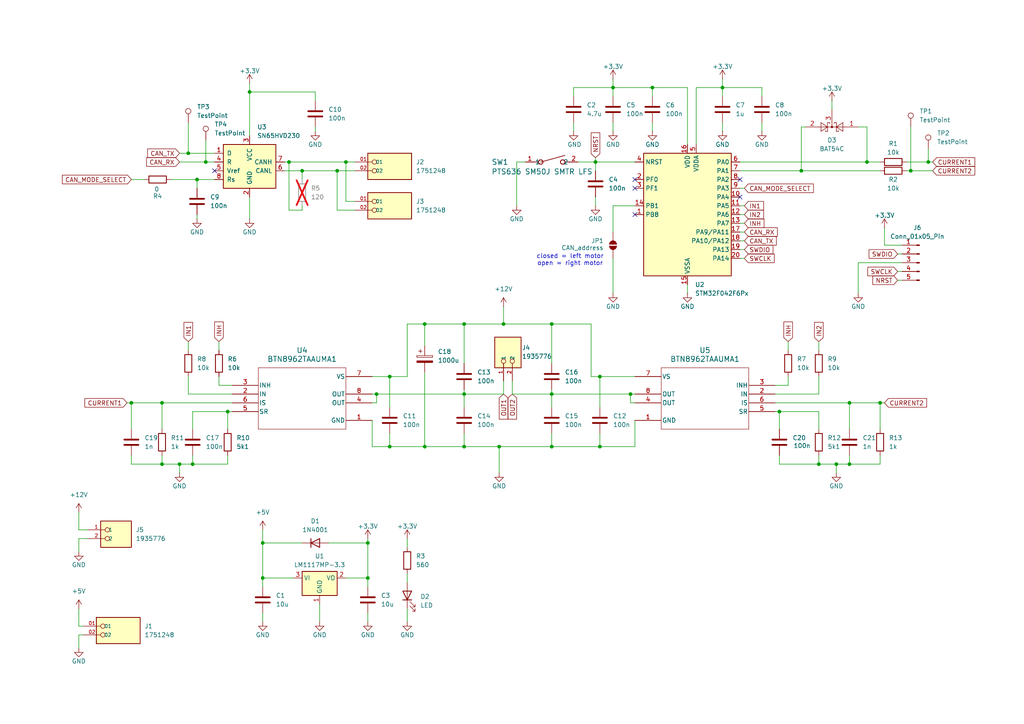
<source format=kicad_sch>
(kicad_sch (version 20250114) (generator "eeschema") (generator_version "9.0")
  (paper "A4")
  (title_block (date "2025-03-05") (rev "V1.1") (company "DAJAKOV"))
  (lib_symbols
    (symbol "1751248:1751248" (pin_names (offset 1.016))
      (property "Reference" "J" (at -6.85 5.08 0))
      (property "Value" "1751248" (at -6.35 -5.08 0))
      (symbol "1751248_0_0"
        (pin passive line (at -10.16 2.54 0) (length 5.08) (name "01") (number "01"))
        (pin passive line (at -10.16 0 0) (length 5.08) (name "02") (number "02"))
      )
    )
    (symbol "1935776:1935776" (pin_names (offset 1.016))
      (property "Reference" "J" (at -2.54 3.302 0))
      (property "Value" "1935776" (at -2.54 -7.62 0))
      (symbol "1935776_0_0"
        (pin passive line (at -7.62 0 0) (length 5.08) (name "1") (number "1"))
        (pin passive line (at -7.62 -2.54 0) (length 5.08) (name "2") (number "2"))
      )
    )
    (symbol "BTN8962TAAUMA1_2" (pin_names (offset 0.254))
      (property "Reference" "U4" (at 20.32 10.16 0))
      (property "Value" "BTN8962TAAUMA1" (at 20.32 7.62 0))
      (symbol "BTN8962TAAUMA1_2_0_1"
        (pin input line (at 0 0 0) (length 7.62) (name "INH") (number "3"))
        (pin input line (at 0 -2.54 0) (length 7.62) (name "IN") (number "2"))
        (pin output line (at 0 -5.08 0) (length 7.62) (name "IS") (number "6"))
        (pin input line (at 0 -7.62 0) (length 7.62) (name "SR") (number "5"))
        (pin power_in line (at 40.64 2.54 180) (length 7.62) (name "VS") (number "7"))
        (pin output line (at 40.64 -2.54 180) (length 7.62) (name "OUT") (number "8"))
        (pin output line (at 40.64 -5.08 180) (length 7.62) (name "OUT") (number "4"))
        (pin power_out line (at 40.64 -10.16 180) (length 7.62) (name "GND") (number "1"))
      )
    )
    (symbol "Connector:Conn_01x05_Pin" (pin_names (offset 1.016) (hide yes))
      (property "Reference" "J" (at 0 7.62 0))
      (property "Value" "Conn_01x05_Pin" (at 0 -7.62 0))
      (symbol "Conn_01x05_Pin_1_1"
        (pin passive line (at 5.08 5.08 180) (length 3.81) (name "Pin_1") (number "1"))
        (pin passive line (at 5.08 2.54 180) (length 3.81) (name "Pin_2") (number "2"))
        (pin passive line (at 5.08 0 180) (length 3.81) (name "Pin_3") (number "3"))
        (pin passive line (at 5.08 -2.54 180) (length 3.81) (name "Pin_4") (number "4"))
        (pin passive line (at 5.08 -5.08 180) (length 3.81) (name "Pin_5") (number "5"))
      )
    )
    (symbol "Connector:TestPoint" (pin_numbers (hide yes)) (pin_names (offset 0.762) (hide yes))
      (property "Reference" "TP" (at 0 6.858 0))
      (property "Value" "TestPoint" (at 0 5.08 0))
      (symbol "TestPoint_1_1"
        (pin passive line (at 0 0 90) (length 2.54) (name "1") (number "1"))
      )
    )
    (symbol "Device:C" (pin_numbers (hide yes)) (pin_names (offset 0.254))
      (property "Reference" "C" (at 0.635 2.54 0))
      (property "Value" "C" (at 0.635 -2.54 0))
      (symbol "C_1_1"
        (pin passive line (at 0 3.81 270) (length 2.794) (name "~") (number "1"))
        (pin passive line (at 0 -3.81 90) (length 2.794) (name "~") (number "2"))
      )
    )
    (symbol "Device:C_Polarized" (pin_numbers (hide yes)) (pin_names (offset 0.254))
      (property "Reference" "C" (at 0.635 2.54 0))
      (property "Value" "C_Polarized" (at 0.635 -2.54 0))
      (symbol "C_Polarized_1_1"
        (pin passive line (at 0 3.81 270) (length 2.794) (name "~") (number "1"))
        (pin passive line (at 0 -3.81 90) (length 2.794) (name "~") (number "2"))
      )
    )
    (symbol "Device:D" (pin_numbers (hide yes)) (pin_names (offset 1.016) (hide yes))
      (property "Reference" "D" (at 0 2.54 0))
      (property "Value" "D" (at 0 -2.54 0))
      (symbol "D_1_1"
        (pin passive line (at -3.81 0 0) (length 2.54) (name "K") (number "1"))
        (pin passive line (at 3.81 0 180) (length 2.54) (name "A") (number "2"))
      )
    )
    (symbol "Device:LED" (pin_numbers (hide yes)) (pin_names (offset 1.016) (hide yes))
      (property "Reference" "D" (at 0 2.54 0))
      (property "Value" "LED" (at 0 -2.54 0))
      (symbol "LED_1_1"
        (pin passive line (at -3.81 0 0) (length 2.54) (name "K") (number "1"))
        (pin passive line (at 3.81 0 180) (length 2.54) (name "A") (number "2"))
      )
    )
    (symbol "Device:R" (pin_numbers (hide yes)) (pin_names (offset 0))
      (property "Reference" "R" (at 2.032 0 90))
      (property "Value" "R" (at 0 0 90))
      (symbol "R_1_1"
        (pin passive line (at 0 3.81 270) (length 1.27) (name "~") (number "1"))
        (pin passive line (at 0 -3.81 90) (length 1.27) (name "~") (number "2"))
      )
    )
    (symbol "Diode:BAT54C" (pin_names (offset 1.016))
      (property "Reference" "D" (at 0.635 -3.81 0))
      (property "Value" "BAT54C" (at -6.35 3.175 0))
      (symbol "BAT54C_1_1"
        (pin passive line (at -7.62 0 0) (length 3.81) (name "~") (number "1"))
        (pin passive line (at 0 -5.08 90) (length 5.08) (name "~") (number "3"))
        (pin passive line (at 7.62 0 180) (length 3.81) (name "~") (number "2"))
      )
    )
    (symbol "Interface_CAN_LIN:SN65HVD230" (pin_names (offset 1.016))
      (property "Reference" "U" (at -2.54 10.16 0))
      (property "Value" "SN65HVD230" (at -2.54 7.62 0))
      (symbol "SN65HVD230_1_1"
        (pin input line (at -10.16 2.54 0) (length 2.54) (name "D") (number "1"))
        (pin output line (at -10.16 0 0) (length 2.54) (name "R") (number "4"))
        (pin output line (at -10.16 -2.54 0) (length 2.54) (name "Vref") (number "5"))
        (pin input line (at -10.16 -5.08 0) (length 2.54) (name "Rs") (number "8"))
        (pin power_in line (at 0 7.62 270) (length 2.54) (name "VCC") (number "3"))
        (pin power_in line (at 0 -10.16 90) (length 2.54) (name "GND") (number "2"))
        (pin bidirectional line (at 10.16 0 180) (length 2.54) (name "CANH") (number "7"))
        (pin bidirectional line (at 10.16 -2.54 180) (length 2.54) (name "CANL") (number "6"))
      )
    )
    (symbol "Jumper:SolderJumper_2_Open" (pin_numbers (hide yes)) (pin_names (offset 0) (hide yes)) (exclude_from_sim yes) (in_bom no)
      (property "Reference" "JP" (at 0 2.032 0))
      (property "Value" "SolderJumper_2_Open" (at 0 -2.54 0))
      (symbol "SolderJumper_2_Open_1_1"
        (pin passive line (at -3.81 0 0) (length 2.54) (name "A") (number "1"))
        (pin passive line (at 3.81 0 180) (length 2.54) (name "B") (number "2"))
      )
    )
    (symbol "MCU_ST_STM32F0:STM32F042F6Px"
      (property "Reference" "U" (at -12.7 19.05 0))
      (property "Value" "STM32F042F6Px" (at 5.08 19.05 0))
      (symbol "STM32F042F6Px_1_1"
        (pin input line (at -15.24 15.24 0) (length 2.54) (name "NRST") (number "4"))
        (pin bidirectional line (at -15.24 10.16 0) (length 2.54) (name "PF0") (number "2"))
        (pin bidirectional line (at -15.24 7.62 0) (length 2.54) (name "PF1") (number "3"))
        (pin bidirectional line (at -15.24 2.54 0) (length 2.54) (name "PB1") (number "14"))
        (pin bidirectional line (at -15.24 0 0) (length 2.54) (name "PB8") (number "1"))
        (pin power_in line (at 0 20.32 270) (length 2.54) (name "VDD") (number "16"))
        (pin power_in line (at 0 -20.32 90) (length 2.54) (name "VSSA") (number "15"))
        (pin power_in line (at 2.54 20.32 270) (length 2.54) (name "VDDA") (number "5"))
        (pin bidirectional line (at 15.24 15.24 180) (length 2.54) (name "PA0") (number "6"))
        (pin bidirectional line (at 15.24 12.7 180) (length 2.54) (name "PA1") (number "7"))
        (pin bidirectional line (at 15.24 10.16 180) (length 2.54) (name "PA2") (number "8"))
        (pin bidirectional line (at 15.24 7.62 180) (length 2.54) (name "PA3") (number "9"))
        (pin bidirectional line (at 15.24 5.08 180) (length 2.54) (name "PA4") (number "10"))
        (pin bidirectional line (at 15.24 2.54 180) (length 2.54) (name "PA5") (number "11"))
        (pin bidirectional line (at 15.24 0 180) (length 2.54) (name "PA6") (number "12"))
        (pin bidirectional line (at 15.24 -2.54 180) (length 2.54) (name "PA7") (number "13"))
        (pin bidirectional line (at 15.24 -5.08 180) (length 2.54) (name "PA9/PA11") (number "17"))
        (pin bidirectional line (at 15.24 -7.62 180) (length 2.54) (name "PA10/PA12") (number "18"))
        (pin bidirectional line (at 15.24 -10.16 180) (length 2.54) (name "PA13") (number "19"))
        (pin bidirectional line (at 15.24 -12.7 180) (length 2.54) (name "PA14") (number "20"))
      )
    )
    (symbol "PTS636:PTS636_SM50J_SMTR_LFS" (pin_names (offset 0.254))
      (property "Reference" "SW" (at 7.62 3.81 0))
      (property "Value" "PTS636 SM50J SMTR LFS" (at 0 0 0))
      (symbol "PTS636_SM50J_SMTR_LFS_0_1"
        (pin unspecified line (at 0 0 0) (length 2.54) (name "1") (number "1"))
        (pin unspecified line (at 15.24 0 180) (length 2.54) (name "2") (number "2"))
      )
    )
    (symbol "Regulator_Linear:LM1117MP-3.3"
      (property "Reference" "U" (at -3.81 3.175 0))
      (property "Value" "LM1117MP-3.3" (at 0 3.175 0))
      (symbol "LM1117MP-3.3_1_1"
        (pin power_in line (at -7.62 0 0) (length 2.54) (name "VI") (number "3"))
        (pin power_in line (at 0 -7.62 90) (length 2.54) (name "GND") (number "1"))
        (pin power_out line (at 7.62 0 180) (length 2.54) (name "VO") (number "2"))
      )
    )
    (symbol "power:+12V" (power) (pin_numbers (hide yes)) (pin_names (offset 0) (hide yes))
      (property "Value" "+12V" (at 0 3.556 0))
      (symbol "+12V_1_1"
        (pin power_in line (at 0 0 90) (length 0) (name "~") (number "1"))
      )
    )
    (symbol "power:+3.3V" (power) (pin_numbers (hide yes)) (pin_names (offset 0) (hide yes))
      (property "Value" "+3.3V" (at 0 3.556 0))
      (symbol "+3.3V_1_1"
        (pin power_in line (at 0 0 90) (length 0) (name "~") (number "1"))
      )
    )
    (symbol "power:+5V" (power) (pin_numbers (hide yes)) (pin_names (offset 0) (hide yes))
      (property "Value" "+5V" (at 0 3.556 0))
      (symbol "+5V_1_1"
        (pin power_in line (at 0 0 90) (length 0) (name "~") (number "1"))
      )
    )
    (symbol "power:GND" (power) (pin_numbers (hide yes)) (pin_names (offset 0) (hide yes))
      (property "Value" "GND" (at 0 -3.81 0))
      (symbol "GND_1_1"
        (pin power_in line (at 0 0 270) (length 0) (name "~") (number "1"))
      )
    )
  )
  (text "closed = left motor\nopen = right motor" (at 165.354 75.438 0) (effects (font (size 1.27 1.27))))
  (junction (at 66.04 119.38))
  (junction (at 182.88 114.3))
  (junction (at 160.02 114.3))
  (junction (at 255.27 116.84))
  (junction (at 46.99 134.62))
  (junction (at 100.33 46.99))
  (junction (at 106.68 157.48))
  (junction (at 209.55 25.4))
  (junction (at 134.62 129.54))
  (junction (at 246.38 116.84))
  (junction (at 246.38 134.62))
  (junction (at 172.72 46.99))
  (junction (at 72.39 26.67))
  (junction (at 134.62 114.3))
  (junction (at 160.02 129.54))
  (junction (at 106.68 167.64))
  (junction (at 59.69 46.99))
  (junction (at 113.03 129.54))
  (junction (at 173.99 109.22))
  (junction (at 76.2 157.48))
  (junction (at 251.46 46.99))
  (junction (at 83.82 46.99))
  (junction (at 177.8 25.4))
  (junction (at 123.19 93.98))
  (junction (at 113.03 109.22))
  (junction (at 54.61 44.45))
  (junction (at 52.07 134.62))
  (junction (at 109.22 114.3))
  (junction (at 38.1 116.84))
  (junction (at 226.06 119.38))
  (junction (at 76.2 167.64))
  (junction (at 237.49 134.62))
  (junction (at 46.99 116.84))
  (junction (at 97.79 49.53))
  (junction (at 57.15 52.07))
  (junction (at 134.62 93.98))
  (junction (at 242.57 134.62))
  (junction (at 123.19 129.54))
  (junction (at 87.63 49.53))
  (junction (at 269.24 46.99))
  (junction (at 189.23 25.4))
  (junction (at 173.99 129.54))
  (junction (at 264.16 49.53))
  (junction (at 232.41 49.53))
  (junction (at 146.05 93.98))
  (junction (at 144.78 129.54))
  (junction (at 55.88 134.62))
  (junction (at 160.02 93.98))
  (no_connect (at 184.15 54.61))
  (no_connect (at 214.63 52.07))
  (no_connect (at 184.15 52.07))
  (no_connect (at 184.15 62.23))
  (no_connect (at 214.63 57.15))
  (no_connect (at 62.23 49.53))
  (wire (pts (xy 67.31 111.76) (xy 63.5 111.76)))
  (wire (pts (xy 82.55 46.99) (xy 83.82 46.99)))
  (wire (pts (xy 248.92 36.83) (xy 251.46 36.83)))
  (wire (pts (xy 55.88 132.08) (xy 55.88 134.62)))
  (wire (pts (xy 76.2 167.64) (xy 76.2 170.18)))
  (wire (pts (xy 36.83 116.84) (xy 38.1 116.84)))
  (wire (pts (xy 209.55 35.56) (xy 209.55 38.1)))
  (wire (pts (xy 226.06 124.46) (xy 226.06 119.38)))
  (wire (pts (xy 107.95 109.22) (xy 113.03 109.22)))
  (wire (pts (xy 182.88 116.84) (xy 182.88 114.3)))
  (wire (pts (xy 182.88 114.3) (xy 184.15 114.3)))
  (wire (pts (xy 248.92 85.09) (xy 248.92 76.2)))
  (wire (pts (xy 134.62 114.3) (xy 134.62 118.11)))
  (wire (pts (xy 46.99 116.84) (xy 46.99 124.46)))
  (wire (pts (xy 215.9 67.31) (xy 214.63 67.31)))
  (wire (pts (xy 214.63 62.23) (xy 215.9 62.23)))
  (wire (pts (xy 214.63 46.99) (xy 251.46 46.99)))
  (wire (pts (xy 220.98 35.56) (xy 220.98 38.1)))
  (wire (pts (xy 113.03 109.22) (xy 118.11 109.22)))
  (wire (pts (xy 172.72 57.15) (xy 172.72 59.69)))
  (wire (pts (xy 83.82 46.99) (xy 100.33 46.99)))
  (wire (pts (xy 87.63 60.96) (xy 83.82 60.96)))
  (wire (pts (xy 95.25 157.48) (xy 106.68 157.48)))
  (wire (pts (xy 173.99 109.22) (xy 173.99 118.11)))
  (wire (pts (xy 91.44 38.1) (xy 91.44 36.83)))
  (wire (pts (xy 173.99 109.22) (xy 184.15 109.22)))
  (wire (pts (xy 72.39 24.13) (xy 72.39 26.67)))
  (wire (pts (xy 248.92 76.2) (xy 261.62 76.2)))
  (wire (pts (xy 22.86 187.96) (xy 22.86 184.15)))
  (wire (pts (xy 46.99 134.62) (xy 52.07 134.62)))
  (wire (pts (xy 72.39 39.37) (xy 72.39 26.67)))
  (wire (pts (xy 172.72 46.99) (xy 172.72 49.53)))
  (wire (pts (xy 76.2 157.48) (xy 76.2 167.64)))
  (wire (pts (xy 107.95 114.3) (xy 109.22 114.3)))
  (wire (pts (xy 269.24 46.99) (xy 270.51 46.99)))
  (wire (pts (xy 177.8 25.4) (xy 177.8 27.94)))
  (wire (pts (xy 134.62 93.98) (xy 146.05 93.98)))
  (wire (pts (xy 118.11 158.75) (xy 118.11 156.21)))
  (wire (pts (xy 22.86 156.21) (xy 25.4 156.21)))
  (wire (pts (xy 160.02 125.73) (xy 160.02 129.54)))
  (wire (pts (xy 255.27 134.62) (xy 246.38 134.62)))
  (wire (pts (xy 100.33 167.64) (xy 106.68 167.64)))
  (wire (pts (xy 57.15 52.07) (xy 62.23 52.07)))
  (wire (pts (xy 177.8 35.56) (xy 177.8 38.1)))
  (wire (pts (xy 214.63 59.69) (xy 215.9 59.69)))
  (wire (pts (xy 55.88 124.46) (xy 55.88 119.38)))
  (wire (pts (xy 242.57 134.62) (xy 242.57 137.16)))
  (wire (pts (xy 38.1 116.84) (xy 46.99 116.84)))
  (wire (pts (xy 144.78 137.16) (xy 144.78 129.54)))
  (wire (pts (xy 233.68 36.83) (xy 232.41 36.83)))
  (wire (pts (xy 24.13 181.61) (xy 22.86 181.61)))
  (wire (pts (xy 113.03 109.22) (xy 113.03 118.11)))
  (wire (pts (xy 209.55 25.4) (xy 220.98 25.4)))
  (wire (pts (xy 215.9 54.61) (xy 214.63 54.61)))
  (wire (pts (xy 76.2 153.67) (xy 76.2 157.48)))
  (wire (pts (xy 148.59 110.49) (xy 148.59 114.3)))
  (wire (pts (xy 63.5 99.06) (xy 63.5 101.6)))
  (wire (pts (xy 189.23 27.94) (xy 189.23 25.4)))
  (wire (pts (xy 241.3 29.21) (xy 241.3 31.75)))
  (wire (pts (xy 184.15 116.84) (xy 182.88 116.84)))
  (wire (pts (xy 144.78 129.54) (xy 160.02 129.54)))
  (wire (pts (xy 85.09 167.64) (xy 76.2 167.64)))
  (wire (pts (xy 189.23 35.56) (xy 189.23 38.1)))
  (wire (pts (xy 177.8 59.69) (xy 184.15 59.69)))
  (wire (pts (xy 228.6 99.06) (xy 228.6 101.6)))
  (wire (pts (xy 46.99 116.84) (xy 67.31 116.84)))
  (wire (pts (xy 149.86 46.99) (xy 152.4 46.99)))
  (wire (pts (xy 106.68 156.21) (xy 106.68 157.48)))
  (wire (pts (xy 49.53 52.07) (xy 57.15 52.07)))
  (wire (pts (xy 256.54 71.12) (xy 256.54 66.04)))
  (wire (pts (xy 59.69 46.99) (xy 62.23 46.99)))
  (wire (pts (xy 237.49 134.62) (xy 242.57 134.62)))
  (wire (pts (xy 123.19 93.98) (xy 134.62 93.98)))
  (wire (pts (xy 184.15 129.54) (xy 184.15 121.92)))
  (wire (pts (xy 251.46 46.99) (xy 255.27 46.99)))
  (wire (pts (xy 22.86 153.67) (xy 22.86 148.59)))
  (wire (pts (xy 199.39 82.55) (xy 199.39 85.09)))
  (wire (pts (xy 59.69 40.64) (xy 59.69 46.99)))
  (wire (pts (xy 107.95 116.84) (xy 109.22 116.84)))
  (wire (pts (xy 66.04 119.38) (xy 67.31 119.38)))
  (wire (pts (xy 177.8 22.86) (xy 177.8 25.4)))
  (wire (pts (xy 113.03 125.73) (xy 113.03 129.54)))
  (wire (pts (xy 106.68 180.34) (xy 106.68 177.8)))
  (wire (pts (xy 38.1 134.62) (xy 46.99 134.62)))
  (wire (pts (xy 177.8 25.4) (xy 166.37 25.4)))
  (wire (pts (xy 100.33 46.99) (xy 102.87 46.99)))
  (wire (pts (xy 177.8 67.31) (xy 177.8 59.69)))
  (wire (pts (xy 224.79 111.76) (xy 228.6 111.76)))
  (wire (pts (xy 134.62 125.73) (xy 134.62 129.54)))
  (wire (pts (xy 215.9 74.93) (xy 214.63 74.93)))
  (wire (pts (xy 226.06 119.38) (xy 224.79 119.38)))
  (wire (pts (xy 148.59 114.3) (xy 160.02 114.3)))
  (wire (pts (xy 55.88 134.62) (xy 66.04 134.62)))
  (wire (pts (xy 166.37 35.56) (xy 166.37 38.1)))
  (wire (pts (xy 177.8 25.4) (xy 189.23 25.4)))
  (wire (pts (xy 228.6 111.76) (xy 228.6 109.22)))
  (wire (pts (xy 201.93 25.4) (xy 209.55 25.4)))
  (wire (pts (xy 109.22 114.3) (xy 134.62 114.3)))
  (wire (pts (xy 123.19 93.98) (xy 123.19 100.33)))
  (wire (pts (xy 100.33 58.42) (xy 100.33 46.99)))
  (wire (pts (xy 262.89 49.53) (xy 264.16 49.53)))
  (wire (pts (xy 83.82 60.96) (xy 83.82 46.99)))
  (wire (pts (xy 215.9 64.77) (xy 214.63 64.77)))
  (wire (pts (xy 22.86 153.67) (xy 25.4 153.67)))
  (wire (pts (xy 209.55 22.86) (xy 209.55 25.4)))
  (wire (pts (xy 134.62 93.98) (xy 134.62 105.41)))
  (wire (pts (xy 160.02 93.98) (xy 171.45 93.98)))
  (wire (pts (xy 106.68 157.48) (xy 106.68 167.64)))
  (wire (pts (xy 76.2 180.34) (xy 76.2 177.8)))
  (wire (pts (xy 123.19 107.95) (xy 123.19 129.54)))
  (wire (pts (xy 72.39 26.67) (xy 91.44 26.67)))
  (wire (pts (xy 237.49 99.06) (xy 237.49 101.6)))
  (wire (pts (xy 171.45 93.98) (xy 171.45 109.22)))
  (wire (pts (xy 260.35 81.28) (xy 261.62 81.28)))
  (wire (pts (xy 22.86 181.61) (xy 22.86 176.53)))
  (wire (pts (xy 55.88 119.38) (xy 66.04 119.38)))
  (wire (pts (xy 237.49 119.38) (xy 226.06 119.38)))
  (wire (pts (xy 91.44 26.67) (xy 91.44 29.21)))
  (wire (pts (xy 134.62 129.54) (xy 144.78 129.54)))
  (wire (pts (xy 172.72 45.72) (xy 172.72 46.99)))
  (wire (pts (xy 54.61 35.56) (xy 54.61 44.45)))
  (wire (pts (xy 66.04 124.46) (xy 66.04 119.38)))
  (wire (pts (xy 246.38 134.62) (xy 242.57 134.62)))
  (wire (pts (xy 22.86 160.02) (xy 22.86 156.21)))
  (wire (pts (xy 118.11 176.53) (xy 118.11 180.34)))
  (wire (pts (xy 251.46 36.83) (xy 251.46 46.99)))
  (wire (pts (xy 189.23 25.4) (xy 199.39 25.4)))
  (wire (pts (xy 57.15 63.5) (xy 57.15 62.23)))
  (wire (pts (xy 224.79 116.84) (xy 246.38 116.84)))
  (wire (pts (xy 38.1 132.08) (xy 38.1 134.62)))
  (wire (pts (xy 38.1 52.07) (xy 41.91 52.07)))
  (wire (pts (xy 199.39 41.91) (xy 199.39 25.4)))
  (wire (pts (xy 215.9 69.85) (xy 214.63 69.85)))
  (wire (pts (xy 255.27 132.08) (xy 255.27 134.62)))
  (wire (pts (xy 109.22 116.84) (xy 109.22 114.3)))
  (wire (pts (xy 97.79 60.96) (xy 97.79 49.53)))
  (wire (pts (xy 246.38 132.08) (xy 246.38 134.62)))
  (wire (pts (xy 260.35 73.66) (xy 261.62 73.66)))
  (wire (pts (xy 146.05 114.3) (xy 134.62 114.3)))
  (wire (pts (xy 146.05 88.9) (xy 146.05 93.98)))
  (wire (pts (xy 171.45 109.22) (xy 173.99 109.22)))
  (wire (pts (xy 87.63 49.53) (xy 87.63 52.07)))
  (wire (pts (xy 160.02 114.3) (xy 160.02 118.11)))
  (wire (pts (xy 237.49 124.46) (xy 237.49 119.38)))
  (wire (pts (xy 87.63 49.53) (xy 97.79 49.53)))
  (wire (pts (xy 113.03 129.54) (xy 123.19 129.54)))
  (wire (pts (xy 262.89 46.99) (xy 269.24 46.99)))
  (wire (pts (xy 237.49 114.3) (xy 237.49 109.22)))
  (wire (pts (xy 66.04 134.62) (xy 66.04 132.08)))
  (wire (pts (xy 54.61 114.3) (xy 54.61 109.22)))
  (wire (pts (xy 226.06 134.62) (xy 237.49 134.62)))
  (wire (pts (xy 220.98 25.4) (xy 220.98 27.94)))
  (wire (pts (xy 201.93 41.91) (xy 201.93 25.4)))
  (wire (pts (xy 264.16 36.83) (xy 264.16 49.53)))
  (wire (pts (xy 57.15 54.61) (xy 57.15 52.07)))
  (wire (pts (xy 54.61 44.45) (xy 62.23 44.45)))
  (wire (pts (xy 209.55 25.4) (xy 209.55 27.94)))
  (wire (pts (xy 118.11 166.37) (xy 118.11 168.91)))
  (wire (pts (xy 237.49 132.08) (xy 237.49 134.62)))
  (wire (pts (xy 97.79 49.53) (xy 102.87 49.53)))
  (wire (pts (xy 102.87 60.96) (xy 97.79 60.96)))
  (wire (pts (xy 134.62 113.03) (xy 134.62 114.3)))
  (wire (pts (xy 149.86 59.69) (xy 149.86 46.99)))
  (wire (pts (xy 173.99 125.73) (xy 173.99 129.54)))
  (wire (pts (xy 226.06 132.08) (xy 226.06 134.62)))
  (wire (pts (xy 232.41 49.53) (xy 255.27 49.53)))
  (wire (pts (xy 123.19 129.54) (xy 134.62 129.54)))
  (wire (pts (xy 102.87 58.42) (xy 100.33 58.42)))
  (wire (pts (xy 166.37 25.4) (xy 166.37 27.94)))
  (wire (pts (xy 92.71 175.26) (xy 92.71 180.34)))
  (wire (pts (xy 269.24 43.18) (xy 269.24 46.99)))
  (wire (pts (xy 224.79 114.3) (xy 237.49 114.3)))
  (wire (pts (xy 22.86 184.15) (xy 24.13 184.15)))
  (wire (pts (xy 160.02 93.98) (xy 160.02 105.41)))
  (wire (pts (xy 118.11 93.98) (xy 123.19 93.98)))
  (wire (pts (xy 38.1 124.46) (xy 38.1 116.84)))
  (wire (pts (xy 173.99 129.54) (xy 184.15 129.54)))
  (wire (pts (xy 172.72 46.99) (xy 184.15 46.99)))
  (wire (pts (xy 261.62 71.12) (xy 256.54 71.12)))
  (wire (pts (xy 160.02 114.3) (xy 182.88 114.3)))
  (wire (pts (xy 46.99 132.08) (xy 46.99 134.62)))
  (wire (pts (xy 255.27 116.84) (xy 256.54 116.84)))
  (wire (pts (xy 146.05 110.49) (xy 146.05 114.3)))
  (wire (pts (xy 214.63 49.53) (xy 232.41 49.53)))
  (wire (pts (xy 52.07 134.62) (xy 52.07 137.16)))
  (wire (pts (xy 232.41 36.83) (xy 232.41 49.53)))
  (wire (pts (xy 67.31 114.3) (xy 54.61 114.3)))
  (wire (pts (xy 54.61 99.06) (xy 54.61 101.6)))
  (wire (pts (xy 52.07 46.99) (xy 59.69 46.99)))
  (wire (pts (xy 82.55 49.53) (xy 87.63 49.53)))
  (wire (pts (xy 87.63 157.48) (xy 76.2 157.48)))
  (wire (pts (xy 167.64 46.99) (xy 172.72 46.99)))
  (wire (pts (xy 87.63 60.96) (xy 87.63 59.69)))
  (wire (pts (xy 106.68 167.64) (xy 106.68 170.18)))
  (wire (pts (xy 246.38 124.46) (xy 246.38 116.84)))
  (wire (pts (xy 215.9 72.39) (xy 214.63 72.39)))
  (wire (pts (xy 146.05 93.98) (xy 160.02 93.98)))
  (wire (pts (xy 52.07 44.45) (xy 54.61 44.45)))
  (wire (pts (xy 255.27 116.84) (xy 255.27 124.46)))
  (wire (pts (xy 63.5 111.76) (xy 63.5 109.22)))
  (wire (pts (xy 55.88 134.62) (xy 52.07 134.62)))
  (wire (pts (xy 107.95 121.92) (xy 107.95 129.54)))
  (wire (pts (xy 255.27 116.84) (xy 246.38 116.84)))
  (wire (pts (xy 260.35 78.74) (xy 261.62 78.74)))
  (wire (pts (xy 160.02 113.03) (xy 160.02 114.3)))
  (wire (pts (xy 118.11 109.22) (xy 118.11 93.98)))
  (wire (pts (xy 160.02 129.54) (xy 173.99 129.54)))
  (wire (pts (xy 177.8 85.09) (xy 177.8 74.93)))
  (wire (pts (xy 72.39 57.15) (xy 72.39 63.5)))
  (wire (pts (xy 107.95 129.54) (xy 113.03 129.54)))
  (wire (pts (xy 264.16 49.53) (xy 270.51 49.53)))
  (global_label "IN2" (shape input) (at 237.49 99.06 90) (property "Intersheetrefs" "${INTERSHEET_REFS}" (effects (hide yes))))
  (global_label "INH" (shape input) (at 215.9 64.77 0) (property "Intersheetrefs" "${INTERSHEET_REFS}" (effects (hide yes))))
  (global_label "IN1" (shape input) (at 215.9 59.69 0) (property "Intersheetrefs" "${INTERSHEET_REFS}" (effects (hide yes))))
  (global_label "OUT2" (shape input) (at 148.59 114.3 270) (property "Intersheetrefs" "${INTERSHEET_REFS}" (effects (hide yes))))
  (global_label "CURRENT2" (shape input) (at 270.51 49.53 0) (property "Intersheetrefs" "${INTERSHEET_REFS}" (effects (hide yes))))
  (global_label "CAN_MODE_SELECT" (shape input) (at 215.9 54.61 0) (property "Intersheetrefs" "${INTERSHEET_REFS}" (effects (hide yes))))
  (global_label "NRST" (shape input) (at 260.35 81.28 180) (property "Intersheetrefs" "${INTERSHEET_REFS}" (effects (hide yes))))
  (global_label "CAN_TX" (shape input) (at 215.9 69.85 0) (property "Intersheetrefs" "${INTERSHEET_REFS}" (effects (hide yes))))
  (global_label "CURRENT1" (shape input) (at 36.83 116.84 180) (property "Intersheetrefs" "${INTERSHEET_REFS}" (effects (hide yes))))
  (global_label "SWCLK" (shape input) (at 260.35 78.74 180) (property "Intersheetrefs" "${INTERSHEET_REFS}" (effects (hide yes))))
  (global_label "IN1" (shape input) (at 54.61 99.06 90) (property "Intersheetrefs" "${INTERSHEET_REFS}" (effects (hide yes))))
  (global_label "CURRENT1" (shape input) (at 270.51 46.99 0) (property "Intersheetrefs" "${INTERSHEET_REFS}" (effects (hide yes))))
  (global_label "OUT1" (shape input) (at 146.05 114.3 270) (property "Intersheetrefs" "${INTERSHEET_REFS}" (effects (hide yes))))
  (global_label "SWDIO" (shape input) (at 260.35 73.66 180) (property "Intersheetrefs" "${INTERSHEET_REFS}" (effects (hide yes))))
  (global_label "CURRENT2" (shape input) (at 256.54 116.84 0) (property "Intersheetrefs" "${INTERSHEET_REFS}" (effects (hide yes))))
  (global_label "SWCLK" (shape input) (at 215.9 74.93 0) (property "Intersheetrefs" "${INTERSHEET_REFS}" (effects (hide yes))))
  (global_label "CAN_RX" (shape input) (at 215.9 67.31 0) (property "Intersheetrefs" "${INTERSHEET_REFS}" (effects (hide yes))))
  (global_label "NRST" (shape input) (at 172.72 45.72 90) (property "Intersheetrefs" "${INTERSHEET_REFS}" (effects (hide yes))))
  (global_label "CAN_MODE_SELECT" (shape input) (at 38.1 52.07 180) (property "Intersheetrefs" "${INTERSHEET_REFS}" (effects (hide yes))))
  (global_label "IN2" (shape input) (at 215.9 62.23 0) (property "Intersheetrefs" "${INTERSHEET_REFS}" (effects (hide yes))))
  (global_label "CAN_TX" (shape input) (at 52.07 44.45 180) (property "Intersheetrefs" "${INTERSHEET_REFS}" (effects (hide yes))))
  (global_label "SWDIO" (shape input) (at 215.9 72.39 0) (property "Intersheetrefs" "${INTERSHEET_REFS}" (effects (hide yes))))
  (global_label "CAN_RX" (shape input) (at 52.07 46.99 180) (property "Intersheetrefs" "${INTERSHEET_REFS}" (effects (hide yes))))
  (global_label "INH" (shape input) (at 63.5 99.06 90) (property "Intersheetrefs" "${INTERSHEET_REFS}" (effects (hide yes))))
  (global_label "INH" (shape input) (at 228.6 99.06 90) (property "Intersheetrefs" "${INTERSHEET_REFS}" (effects (hide yes))))
  (symbol (lib_id "power:+3.3V") (at 106.68 156.21 0) (unit 1)
    (property "Reference" "#PWR09" (effects (hide yes)))
    (property "Value" "+3.3V" (at 106.68 152.654 0))
    (property "Description" "Power symbol creates a global label with name \"+3.3V\"" (effects (hide yes)))
  )
  (symbol (lib_id "power:GND") (at 144.78 137.16 0) (unit 1)
    (property "Reference" "#PWR027" (effects (hide yes)))
    (property "Value" "GND" (at 144.78 140.97 0))
    (property "Description" "Power symbol creates a global label with name \"GND\" , ground" (effects (hide yes)))
  )
  (symbol (lib_id "Device:R") (at 237.49 128.27 0) (unit 1)
    (property "Reference" "R12" (at 240.03 126.9999 0) (effects (justify left)))
    (property "Value" "5k1" (at 240.03 129.5399 0) (effects (justify left)))
    (property "Footprint" "Resistor_SMD:R_0603_1608Metric_Pad0.98x0.95mm_HandSolder" (effects (hide yes)))
    (property "Description" "Resistor" (effects (hide yes)))
  )
  (symbol (lib_id "Device:R") (at 46.99 128.27 0) (unit 1)
    (property "Reference" "R11" (at 49.53 126.9999 0) (effects (justify left)))
    (property "Value" "1k" (at 49.53 129.5399 0) (effects (justify left)))
    (property "Footprint" "Resistor_SMD:R_0603_1608Metric_Pad0.98x0.95mm_HandSolder" (effects (hide yes)))
    (property "Description" "Resistor" (effects (hide yes)))
  )
  (symbol (lib_id "Device:R") (at 237.49 105.41 0) (unit 1)
    (property "Reference" "R9" (at 240.03 104.1399 0) (effects (justify left)))
    (property "Value" "10k" (at 240.03 106.6799 0) (effects (justify left)))
    (property "Footprint" "Resistor_SMD:R_0603_1608Metric_Pad0.98x0.95mm_HandSolder" (effects (hide yes)))
    (property "Description" "Resistor" (effects (hide yes)))
  )
  (symbol (lib_id "Jumper:SolderJumper_2_Open") (at 177.8 71.12 90) (unit 1) (exclude_from_sim yes) (in_bom no)
    (property "Reference" "JP1" (at 171.45 69.85 90) (effects (justify right)))
    (property "Value" "CAN_address" (at 162.814 71.882 90) (effects (justify right)))
    (property "Footprint" "Jumper:SolderJumper-2_P1.3mm_Open_TrianglePad1.0x1.5mm" (effects (hide yes)))
    (property "Description" "Solder Jumper, 2-pole, open" (effects (hide yes)))
  )
  (symbol (lib_id "Connector:TestPoint") (at 269.24 43.18 0) (unit 1)
    (property "Reference" "TP2" (at 271.78 38.6079 0) (effects (justify left)))
    (property "Value" "TestPoint" (at 271.78 41.1479 0) (effects (justify left)))
    (property "Footprint" "TestPoint:TestPoint_Pad_D1.0mm" (effects (hide yes)))
    (property "Description" "test point" (effects (hide yes)))
  )
  (symbol (lib_id "power:GND") (at 220.98 38.1 0) (unit 1)
    (property "Reference" "#PWR019" (effects (hide yes)))
    (property "Value" "GND" (at 220.98 41.91 0))
    (property "Description" "Power symbol creates a global label with name \"GND\" , ground" (effects (hide yes)))
  )
  (symbol (lib_id "Connector:TestPoint") (at 54.61 35.56 0) (unit 1)
    (property "Reference" "TP3" (at 57.15 30.9879 0) (effects (justify left)))
    (property "Value" "TestPoint" (at 57.15 33.5279 0) (effects (justify left)))
    (property "Footprint" "TestPoint:TestPoint_Pad_D1.0mm" (effects (hide yes)))
    (property "Description" "test point" (effects (hide yes)))
  )
  (symbol (lib_id "1751248:1751248") (at 34.29 184.15 0) (unit 1)
    (property "Reference" "J1" (at 41.91 181.6099 0) (effects (justify left)))
    (property "Value" "1751248" (at 41.91 184.1499 0) (effects (justify left)))
    (property "Footprint" "1751248:PHOENIX_1751248" (effects (hide yes)))
    (property "PARTREV" "03.03.2021" (effects (hide yes)))
    (property "STANDARD" "Manufacturer Recommendations" (effects (hide yes)))
    (property "MANUFACTURER" "Phoenix Contact" (effects (hide yes)))
  )
  (symbol (lib_id "power:GND") (at 189.23 38.1 0) (unit 1)
    (property "Reference" "#PWR015" (effects (hide yes)))
    (property "Value" "GND" (at 189.23 41.91 0))
    (property "Description" "Power symbol creates a global label with name \"GND\" , ground" (effects (hide yes)))
  )
  (symbol (lib_id "Device:C") (at 189.23 31.75 0) (unit 1)
    (property "Reference" "C6" (at 193.04 30.4799 0) (effects (justify left)))
    (property "Value" "100n" (at 193.04 33.0199 0) (effects (justify left)))
    (property "Footprint" "Capacitor_SMD:C_0603_1608Metric_Pad1.08x0.95mm_HandSolder" (effects (hide yes)))
    (property "Description" "Unpolarized capacitor" (effects (hide yes)))
  )
  (symbol (lib_id "power:GND") (at 72.39 63.5 0) (unit 1)
    (property "Reference" "#PWR023" (effects (hide yes)))
    (property "Value" "GND" (at 72.39 67.31 0))
    (property "Description" "Power symbol creates a global label with name \"GND\" , ground" (effects (hide yes)))
  )
  (symbol (lib_id "power:+12V") (at 22.86 148.59 0) (unit 1)
    (property "Reference" "#PWR025" (effects (hide yes)))
    (property "Value" "+12V" (at 22.86 143.51 0))
    (property "Description" "Power symbol creates a global label with name \"+12V\"" (effects (hide yes)))
  )
  (symbol (lib_id "Device:R") (at 87.63 55.88 0) (unit 1) (in_bom no) (dnp yes)
    (property "Reference" "R5" (at 90.17 54.6099 0) (effects (justify left)))
    (property "Value" "120" (at 90.17 57.1499 0) (effects (justify left)))
    (property "Footprint" "Resistor_SMD:R_0603_1608Metric_Pad0.98x0.95mm_HandSolder" (effects (hide yes)))
    (property "Description" "Resistor" (effects (hide yes)))
  )
  (symbol (lib_id "Device:C") (at 57.15 58.42 0) (unit 1)
    (property "Reference" "C9" (at 60.96 57.1499 0) (effects (justify left)))
    (property "Value" "100n" (at 60.96 59.6899 0) (effects (justify left)))
    (property "Footprint" "Capacitor_SMD:C_0603_1608Metric_Pad1.08x0.95mm_HandSolder" (effects (hide yes)))
    (property "Description" "Unpolarized capacitor" (effects (hide yes)))
  )
  (symbol (lib_id "Device:C") (at 209.55 31.75 0) (unit 1)
    (property "Reference" "C7" (at 213.36 30.4799 0) (effects (justify left)))
    (property "Value" "1u" (at 213.36 33.0199 0) (effects (justify left)))
    (property "Footprint" "Capacitor_SMD:C_0603_1608Metric_Pad1.08x0.95mm_HandSolder" (effects (hide yes)))
    (property "Description" "Unpolarized capacitor" (effects (hide yes)))
  )
  (symbol (lib_id "power:+12V") (at 146.05 88.9 0) (unit 1)
    (property "Reference" "#PWR028" (effects (hide yes)))
    (property "Value" "+12V" (at 146.05 83.82 0))
    (property "Description" "Power symbol creates a global label with name \"+12V\"" (effects (hide yes)))
  )
  (symbol (lib_id "Device:C") (at 76.2 173.99 0) (unit 1)
    (property "Reference" "C1" (at 80.01 172.7199 0) (effects (justify left)))
    (property "Value" "10u" (at 80.01 175.2599 0) (effects (justify left)))
    (property "Footprint" "Capacitor_SMD:C_0603_1608Metric_Pad1.08x0.95mm_HandSolder" (effects (hide yes)))
    (property "Description" "Unpolarized capacitor" (effects (hide yes)))
  )
  (symbol (lib_id "power:+3.3V") (at 256.54 66.04 0) (unit 1)
    (property "Reference" "#PWR031" (effects (hide yes)))
    (property "Value" "+3.3V" (at 256.54 62.484 0))
    (property "Description" "Power symbol creates a global label with name \"+3.3V\"" (effects (hide yes)))
  )
  (symbol (lib_id "1751248:1751248") (at 113.03 49.53 0) (unit 1)
    (property "Reference" "J2" (at 120.65 46.9899 0) (effects (justify left)))
    (property "Value" "1751248" (at 120.65 49.5299 0) (effects (justify left)))
    (property "Footprint" "1751248:PHOENIX_1751248" (effects (hide yes)))
    (property "PARTREV" "03.03.2021" (effects (hide yes)))
    (property "STANDARD" "Manufacturer Recommendations" (effects (hide yes)))
    (property "MANUFACTURER" "Phoenix Contact" (effects (hide yes)))
  )
  (symbol (lib_id "Device:C") (at 226.06 128.27 0) (unit 1)
    (property "Reference" "C20" (at 229.87 126.9999 0) (effects (justify left)))
    (property "Value" "100n" (at 230.124 129.286 0) (effects (justify left)))
    (property "Footprint" "Capacitor_SMD:C_0603_1608Metric_Pad1.08x0.95mm_HandSolder" (effects (hide yes)))
    (property "Description" "Unpolarized capacitor" (effects (hide yes)))
  )
  (symbol (lib_id "Device:C") (at 166.37 31.75 0) (unit 1)
    (property "Reference" "C2" (at 170.18 30.4799 0) (effects (justify left)))
    (property "Value" "4.7u" (at 170.18 33.0199 0) (effects (justify left)))
    (property "Footprint" "Capacitor_SMD:C_0603_1608Metric_Pad1.08x0.95mm_HandSolder" (effects (hide yes)))
    (property "Description" "Unpolarized capacitor" (effects (hide yes)))
  )
  (symbol (lib_id "power:+3.3V") (at 72.39 24.13 0) (unit 1)
    (property "Reference" "#PWR022" (effects (hide yes)))
    (property "Value" "+3.3V" (at 72.39 20.574 0))
    (property "Description" "Power symbol creates a global label with name \"+3.3V\"" (effects (hide yes)))
  )
  (symbol (lib_id "Regulator_Linear:LM1117MP-3.3") (at 92.71 167.64 0) (unit 1)
    (property "Reference" "U1" (at 92.71 161.29 0))
    (property "Value" "LM1117MP-3.3" (at 92.71 163.83 0))
    (property "Footprint" "Package_TO_SOT_SMD:SOT-223-3_TabPin2" (effects (hide yes)))
    (property "Datasheet" "http://www.ti.com/lit/ds/symlink/lm1117.pdf" (effects (hide yes)))
    (property "Description" "800mA Low-Dropout Linear Regulator, 3.3V fixed output, SOT-223" (effects (hide yes)))
  )
  (symbol (lib_id "Device:C") (at 106.68 173.99 0) (unit 1)
    (property "Reference" "C3" (at 110.49 172.7199 0) (effects (justify left)))
    (property "Value" "10u" (at 110.49 175.2599 0) (effects (justify left)))
    (property "Footprint" "Capacitor_SMD:C_0603_1608Metric_Pad1.08x0.95mm_HandSolder" (effects (hide yes)))
    (property "Description" "Unpolarized capacitor" (effects (hide yes)))
  )
  (symbol (lib_id "Device:R") (at 45.72 52.07 270) (unit 1)
    (property "Reference" "R4" (at 45.72 56.896 90))
    (property "Value" "0" (at 45.466 54.864 90))
    (property "Footprint" "Resistor_SMD:R_0603_1608Metric_Pad0.98x0.95mm_HandSolder" (effects (hide yes)))
    (property "Description" "Resistor" (effects (hide yes)))
  )
  (symbol (lib_id "Device:C") (at 220.98 31.75 0) (unit 1)
    (property "Reference" "C8" (at 224.79 30.4799 0) (effects (justify left)))
    (property "Value" "100n" (at 224.79 33.0199 0) (effects (justify left)))
    (property "Footprint" "Capacitor_SMD:C_0603_1608Metric_Pad1.08x0.95mm_HandSolder" (effects (hide yes)))
    (property "Description" "Unpolarized capacitor" (effects (hide yes)))
  )
  (symbol (lib_id "Connector:Conn_01x05_Pin") (at 266.7 76.2 0) (mirror y) (unit 1)
    (property "Reference" "J6" (at 266.065 66.04 0))
    (property "Value" "Conn_01x05_Pin" (at 266.065 68.58 0))
    (property "Footprint" "Connector_PinHeader_2.54mm:PinHeader_1x05_P2.54mm_Horizontal" (effects (hide yes)))
    (property "Description" "Generic connector, single row, 01x05, script generated" (effects (hide yes)))
  )
  (symbol (lib_id "Device:R") (at 259.08 46.99 90) (unit 1)
    (property "Reference" "R1" (at 259.08 41.656 90))
    (property "Value" "10k" (at 259.08 44.196 90))
    (property "Footprint" "Resistor_SMD:R_0603_1608Metric_Pad0.98x0.95mm_HandSolder" (effects (hide yes)))
    (property "Description" "Resistor" (effects (hide yes)))
  )
  (symbol (lib_id "power:GND") (at 172.72 59.69 0) (unit 1)
    (property "Reference" "#PWR08" (effects (hide yes)))
    (property "Value" "GND" (at 172.72 63.5 0))
    (property "Description" "Power symbol creates a global label with name \"GND\" , ground" (effects (hide yes)))
  )
  (symbol (lib_id "power:GND") (at 166.37 38.1 0) (unit 1)
    (property "Reference" "#PWR07" (effects (hide yes)))
    (property "Value" "GND" (at 166.624 41.91 0))
    (property "Description" "Power symbol creates a global label with name \"GND\" , ground" (effects (hide yes)))
  )
  (symbol (lib_id "power:GND") (at 177.8 85.09 0) (unit 1)
    (property "Reference" "#PWR033" (effects (hide yes)))
    (property "Value" "GND" (at 177.8 88.9 0))
    (property "Description" "Power symbol creates a global label with name \"GND\" , ground" (effects (hide yes)))
  )
  (symbol (lib_name "BTN8962TAAUMA1_2") (lib_id "BTN8962TAAUMA1:BTN8962TAAUMA1") (at 224.79 111.76 0) (mirror y) (unit 1)
    (property "Reference" "U5" (at 204.47 101.6 0) (effects (font (size 1.524 1.524))))
    (property "Value" "BTN8962TAAUMA1" (at 204.47 104.14 0) (effects (font (size 1.524 1.524))))
    (property "Footprint" "BTN8962TAAUMA1:PG-TO263-7-1_INF" (effects (hide yes)))
    (property "Datasheet" "BTN8962TAAUMA1" (effects (hide yes)))
  )
  (symbol (lib_id "Device:R") (at 259.08 49.53 90) (unit 1)
    (property "Reference" "R2" (at 259.08 52.07 90))
    (property "Value" "10k" (at 259.08 54.61 90))
    (property "Footprint" "Resistor_SMD:R_0603_1608Metric_Pad0.98x0.95mm_HandSolder" (effects (hide yes)))
    (property "Description" "Resistor" (effects (hide yes)))
  )
  (symbol (lib_id "power:+5V") (at 22.86 176.53 0) (unit 1)
    (property "Reference" "#PWR01" (effects (hide yes)))
    (property "Value" "+5V" (at 22.86 171.45 0))
    (property "Description" "Power symbol creates a global label with name \"+5V\"" (effects (hide yes)))
  )
  (symbol (lib_id "Device:R") (at 255.27 128.27 0) (unit 1)
    (property "Reference" "R13" (at 257.81 126.9999 0) (effects (justify left)))
    (property "Value" "1k" (at 257.81 129.5399 0) (effects (justify left)))
    (property "Footprint" "Resistor_SMD:R_0603_1608Metric_Pad0.98x0.95mm_HandSolder" (effects (hide yes)))
    (property "Description" "Resistor" (effects (hide yes)))
  )
  (symbol (lib_id "power:GND") (at 22.86 187.96 0) (unit 1)
    (property "Reference" "#PWR02" (effects (hide yes)))
    (property "Value" "GND" (at 22.86 191.77 0))
    (property "Description" "Power symbol creates a global label with name \"GND\" , ground" (effects (hide yes)))
  )
  (symbol (lib_id "Device:C") (at 38.1 128.27 0) (unit 1)
    (property "Reference" "C19" (at 41.91 126.9999 0) (effects (justify left)))
    (property "Value" "1n" (at 41.91 129.5399 0) (effects (justify left)))
    (property "Footprint" "Capacitor_SMD:C_0603_1608Metric_Pad1.08x0.95mm_HandSolder" (effects (hide yes)))
    (property "Description" "Unpolarized capacitor" (effects (hide yes)))
  )
  (symbol (lib_id "MCU_ST_STM32F0:STM32F042F6Px") (at 199.39 62.23 0) (unit 1)
    (property "Reference" "U2" (at 201.5841 82.55 0) (effects (justify left)))
    (property "Value" "STM32F042F6Px" (at 201.5841 85.09 0) (effects (justify left)))
    (property "Footprint" "Package_SO:TSSOP-20_4.4x6.5mm_P0.65mm" (effects (hide yes)))
    (property "Datasheet" "https://www.st.com/resource/en/datasheet/stm32f042f6.pdf" (effects (hide yes)))
    (property "Description" "STMicroelectronics Arm Cortex-M0 MCU, 32KB flash, 6KB RAM, 48 MHz, 2.0-3.6V, 16 GPIO, TSSOP20" (effects (hide yes)))
  )
  (symbol (lib_id "Device:R") (at 63.5 105.41 0) (unit 1)
    (property "Reference" "R6" (at 66.04 104.1399 0) (effects (justify left)))
    (property "Value" "10k" (at 66.04 106.6799 0) (effects (justify left)))
    (property "Footprint" "Resistor_SMD:R_0603_1608Metric_Pad0.98x0.95mm_HandSolder" (effects (hide yes)))
    (property "Description" "Resistor" (effects (hide yes)))
  )
  (symbol (lib_id "Device:C") (at 134.62 121.92 0) (unit 1)
    (property "Reference" "C14" (at 138.43 120.6499 0) (effects (justify left)))
    (property "Value" "100n" (at 138.43 123.1899 0) (effects (justify left)))
    (property "Footprint" "Capacitor_SMD:C_0603_1608Metric_Pad1.08x0.95mm_HandSolder" (effects (hide yes)))
    (property "Description" "Unpolarized capacitor" (effects (hide yes)))
  )
  (symbol (lib_id "Connector:TestPoint") (at 59.69 40.64 0) (unit 1)
    (property "Reference" "TP4" (at 62.23 36.0679 0) (effects (justify left)))
    (property "Value" "TestPoint" (at 62.23 38.6079 0) (effects (justify left)))
    (property "Footprint" "TestPoint:TestPoint_Pad_D1.0mm" (effects (hide yes)))
    (property "Description" "test point" (effects (hide yes)))
  )
  (symbol (lib_id "Device:C") (at 134.62 109.22 0) (unit 1)
    (property "Reference" "C13" (at 138.43 107.9499 0) (effects (justify left)))
    (property "Value" "100n" (at 138.43 110.4899 0) (effects (justify left)))
    (property "Footprint" "Capacitor_SMD:C_0603_1608Metric_Pad1.08x0.95mm_HandSolder" (effects (hide yes)))
    (property "Description" "Unpolarized capacitor" (effects (hide yes)))
  )
  (symbol (lib_name "BTN8962TAAUMA1_2") (lib_id "BTN8962TAAUMA1:BTN8962TAAUMA1") (at 67.31 111.76 0) (unit 1)
    (property "Reference" "U4" (at 87.63 101.6 0) (effects (font (size 1.524 1.524))))
    (property "Value" "BTN8962TAAUMA1" (at 87.63 104.14 0) (effects (font (size 1.524 1.524))))
    (property "Footprint" "BTN8962TAAUMA1:PG-TO263-7-1_INF" (effects (hide yes)))
    (property "Datasheet" "BTN8962TAAUMA1" (effects (hide yes)))
  )
  (symbol (lib_id "power:+3.3V") (at 209.55 22.86 0) (unit 1)
    (property "Reference" "#PWR017" (effects (hide yes)))
    (property "Value" "+3.3V" (at 209.55 19.304 0))
    (property "Description" "Power symbol creates a global label with name \"+3.3V\"" (effects (hide yes)))
  )
  (symbol (lib_id "Device:R") (at 228.6 105.41 0) (unit 1)
    (property "Reference" "R7" (at 231.14 104.1399 0) (effects (justify left)))
    (property "Value" "10k" (at 231.14 106.6799 0) (effects (justify left)))
    (property "Footprint" "Resistor_SMD:R_0603_1608Metric_Pad0.98x0.95mm_HandSolder" (effects (hide yes)))
    (property "Description" "Resistor" (effects (hide yes)))
  )
  (symbol (lib_id "power:GND") (at 242.57 137.16 0) (unit 1)
    (property "Reference" "#PWR030" (effects (hide yes)))
    (property "Value" "GND" (at 242.57 140.97 0))
    (property "Description" "Power symbol creates a global label with name \"GND\" , ground" (effects (hide yes)))
  )
  (symbol (lib_id "power:GND") (at 76.2 180.34 0) (unit 1)
    (property "Reference" "#PWR04" (effects (hide yes)))
    (property "Value" "GND" (at 76.2 184.15 0))
    (property "Description" "Power symbol creates a global label with name \"GND\" , ground" (effects (hide yes)))
  )
  (symbol (lib_id "1751248:1751248") (at 113.03 60.96 0) (unit 1)
    (property "Reference" "J3" (at 120.65 58.4199 0) (effects (justify left)))
    (property "Value" "1751248" (at 120.65 60.9599 0) (effects (justify left)))
    (property "Footprint" "1751248:PHOENIX_1751248" (effects (hide yes)))
    (property "PARTREV" "03.03.2021" (effects (hide yes)))
    (property "STANDARD" "Manufacturer Recommendations" (effects (hide yes)))
    (property "MANUFACTURER" "Phoenix Contact" (effects (hide yes)))
  )
  (symbol (lib_id "PTS636:PTS636_SM50J_SMTR_LFS") (at 152.4 46.99 0) (unit 1)
    (property "Reference" "SW1" (at 145.034 46.99 0) (effects (font (size 1.524 1.524))))
    (property "Value" "PTS636 SM50J SMTR LFS" (at 157.226 49.784 0) (effects (font (size 1.524 1.524))))
    (property "Footprint" "PTS636:SW_PTS636_CNK" (effects (hide yes)))
    (property "Datasheet" "PTS636 SM50J SMTR LFS" (effects (hide yes)))
  )
  (symbol (lib_id "Device:D") (at 91.44 157.48 0) (unit 1)
    (property "Reference" "D1" (at 91.44 151.13 0))
    (property "Value" "1N4001" (at 91.44 153.67 0))
    (property "Footprint" "Diode_SMD:D_SMA_Handsoldering" (effects (hide yes)))
    (property "Description" "Diode" (effects (hide yes)))
    (property "Sim.Device" "D" (effects (hide yes)))
    (property "Sim.Pins" "1=K 2=A" (effects (hide yes)))
  )
  (symbol (lib_id "Device:C") (at 91.44 33.02 0) (unit 1)
    (property "Reference" "C10" (at 95.25 31.7499 0) (effects (justify left)))
    (property "Value" "100n" (at 95.25 34.2899 0) (effects (justify left)))
    (property "Footprint" "Capacitor_SMD:C_0603_1608Metric_Pad1.08x0.95mm_HandSolder" (effects (hide yes)))
    (property "Description" "Unpolarized capacitor" (effects (hide yes)))
  )
  (symbol (lib_id "Device:C") (at 246.38 128.27 0) (unit 1)
    (property "Reference" "C21" (at 250.19 126.9999 0) (effects (justify left)))
    (property "Value" "1n" (at 250.19 129.5399 0) (effects (justify left)))
    (property "Footprint" "Capacitor_SMD:C_0603_1608Metric_Pad1.08x0.95mm_HandSolder" (effects (hide yes)))
    (property "Description" "Unpolarized capacitor" (effects (hide yes)))
  )
  (symbol (lib_id "1935776:1935776") (at 146.05 102.87 90) (unit 1)
    (property "Reference" "J4" (at 151.384 100.838 90) (effects (justify right)))
    (property "Value" "1935776" (at 151.384 103.378 90) (effects (justify right)))
    (property "Footprint" "1935776:PHOENIX_1935776" (effects (hide yes)))
    (property "PARTREV" "19.10.2016" (effects (hide yes)))
    (property "STANDARD" "Manufacturer Recommendations" (effects (hide yes)))
    (property "MAXIMUM_PACKAGE_HEIGHT" "13.65mm" (effects (hide yes)))
    (property "MANUFACTURER" "Phoenix Contact" (effects (hide yes)))
  )
  (symbol (lib_id "power:GND") (at 57.15 63.5 0) (unit 1)
    (property "Reference" "#PWR021" (effects (hide yes)))
    (property "Value" "GND" (at 57.15 67.31 0))
    (property "Description" "Power symbol creates a global label with name \"GND\" , ground" (effects (hide yes)))
  )
  (symbol (lib_id "Device:LED") (at 118.11 172.72 90) (unit 1)
    (property "Reference" "D2" (at 121.92 173.0374 90) (effects (justify right)))
    (property "Value" "LED" (at 121.92 175.5774 90) (effects (justify right)))
    (property "Footprint" "LED_SMD:LED_0603_1608Metric_Pad1.05x0.95mm_HandSolder" (effects (hide yes)))
    (property "Description" "Light emitting diode" (effects (hide yes)))
  )
  (symbol (lib_id "power:GND") (at 177.8 38.1 0) (unit 1)
    (property "Reference" "#PWR014" (effects (hide yes)))
    (property "Value" "GND" (at 177.8 41.91 0))
    (property "Description" "Power symbol creates a global label with name \"GND\" , ground" (effects (hide yes)))
  )
  (symbol (lib_id "1935776:1935776") (at 33.02 153.67 0) (unit 1)
    (property "Reference" "J5" (at 39.37 153.6699 0) (effects (justify left)))
    (property "Value" "1935776" (at 39.37 156.2099 0) (effects (justify left)))
    (property "Footprint" "1935776:PHOENIX_1935776" (effects (hide yes)))
    (property "PARTREV" "19.10.2016" (effects (hide yes)))
    (property "STANDARD" "Manufacturer Recommendations" (effects (hide yes)))
    (property "MAXIMUM_PACKAGE_HEIGHT" "13.65mm" (effects (hide yes)))
    (property "MANUFACTURER" "Phoenix Contact" (effects (hide yes)))
  )
  (symbol (lib_id "Device:C") (at 177.8 31.75 0) (unit 1)
    (property "Reference" "C5" (at 181.61 30.4799 0) (effects (justify left)))
    (property "Value" "100n" (at 181.61 33.0199 0) (effects (justify left)))
    (property "Footprint" "Capacitor_SMD:C_0603_1608Metric_Pad1.08x0.95mm_HandSolder" (effects (hide yes)))
    (property "Description" "Unpolarized capacitor" (effects (hide yes)))
  )
  (symbol (lib_id "Device:R") (at 54.61 105.41 0) (unit 1)
    (property "Reference" "R8" (at 57.15 104.1399 0) (effects (justify left)))
    (property "Value" "10k" (at 57.15 106.6799 0) (effects (justify left)))
    (property "Footprint" "Resistor_SMD:R_0603_1608Metric_Pad0.98x0.95mm_HandSolder" (effects (hide yes)))
    (property "Description" "Resistor" (effects (hide yes)))
  )
  (symbol (lib_id "Device:C_Polarized") (at 123.19 104.14 0) (unit 1)
    (property "Reference" "C18" (at 127 101.9809 0) (effects (justify left)))
    (property "Value" "1000u" (at 127 104.5209 0) (effects (justify left)))
    (property "Footprint" "Capacitor_SMD:CP_Elec_10x10.5" (effects (hide yes)))
    (property "Description" "Polarized capacitor" (effects (hide yes)))
  )
  (symbol (lib_id "power:GND") (at 92.71 180.34 0) (unit 1)
    (property "Reference" "#PWR06" (effects (hide yes)))
    (property "Value" "GND" (at 92.71 184.15 0))
    (property "Description" "Power symbol creates a global label with name \"GND\" , ground" (effects (hide yes)))
  )
  (symbol (lib_id "power:GND") (at 22.86 160.02 0) (unit 1)
    (property "Reference" "#PWR026" (effects (hide yes)))
    (property "Value" "GND" (at 22.86 163.83 0))
    (property "Description" "Power symbol creates a global label with name \"GND\" , ground" (effects (hide yes)))
  )
  (symbol (lib_id "power:GND") (at 91.44 38.1 0) (unit 1)
    (property "Reference" "#PWR024" (effects (hide yes)))
    (property "Value" "GND" (at 91.44 41.91 0))
    (property "Description" "Power symbol creates a global label with name \"GND\" , ground" (effects (hide yes)))
  )
  (symbol (lib_id "Device:C") (at 172.72 53.34 0) (unit 1)
    (property "Reference" "C4" (at 176.53 52.0699 0) (effects (justify left)))
    (property "Value" "100n" (at 176.53 54.6099 0) (effects (justify left)))
    (property "Footprint" "Capacitor_SMD:C_0603_1608Metric_Pad1.08x0.95mm_HandSolder" (effects (hide yes)))
    (property "Description" "Unpolarized capacitor" (effects (hide yes)))
  )
  (symbol (lib_id "power:GND") (at 209.55 38.1 0) (unit 1)
    (property "Reference" "#PWR018" (effects (hide yes)))
    (property "Value" "GND" (at 209.55 41.91 0))
    (property "Description" "Power symbol creates a global label with name \"GND\" , ground" (effects (hide yes)))
  )
  (symbol (lib_id "Diode:BAT54C") (at 241.3 36.83 180) (unit 1)
    (property "Reference" "D3" (at 241.3 40.64 0))
    (property "Value" "BAT54C" (at 241.3 43.18 0))
    (property "Footprint" "Package_TO_SOT_SMD:SOT-23" (effects (hide yes)))
    (property "Datasheet" "http://www.diodes.com/_files/datasheets/ds11005.pdf" (effects (hide yes)))
    (property "Description" "dual schottky barrier diode, common cathode" (effects (hide yes)))
  )
  (symbol (lib_id "power:+3.3V") (at 118.11 156.21 0) (unit 1)
    (property "Reference" "#PWR012" (effects (hide yes)))
    (property "Value" "+3.3V" (at 118.11 152.654 0))
    (property "Description" "Power symbol creates a global label with name \"+3.3V\"" (effects (hide yes)))
  )
  (symbol (lib_id "Device:C") (at 55.88 128.27 0) (unit 1)
    (property "Reference" "C17" (at 59.69 126.9999 0) (effects (justify left)))
    (property "Value" "100n" (at 59.69 129.5399 0) (effects (justify left)))
    (property "Footprint" "Capacitor_SMD:C_0603_1608Metric_Pad1.08x0.95mm_HandSolder" (effects (hide yes)))
    (property "Description" "Unpolarized capacitor" (effects (hide yes)))
  )
  (symbol (lib_id "Device:C") (at 113.03 121.92 0) (unit 1)
    (property "Reference" "C11" (at 116.84 120.6499 0) (effects (justify left)))
    (property "Value" "100n" (at 116.84 123.1899 0) (effects (justify left)))
    (property "Footprint" "Capacitor_SMD:C_0603_1608Metric_Pad1.08x0.95mm_HandSolder" (effects (hide yes)))
    (property "Description" "Unpolarized capacitor" (effects (hide yes)))
  )
  (symbol (lib_id "power:+3.3V") (at 177.8 22.86 0) (unit 1)
    (property "Reference" "#PWR011" (effects (hide yes)))
    (property "Value" "+3.3V" (at 177.8 19.304 0))
    (property "Description" "Power symbol creates a global label with name \"+3.3V\"" (effects (hide yes)))
  )
  (symbol (lib_id "power:+3.3V") (at 241.3 29.21 0) (unit 1)
    (property "Reference" "#PWR020" (effects (hide yes)))
    (property "Value" "+3.3V" (at 241.3 25.654 0))
    (property "Description" "Power symbol creates a global label with name \"+3.3V\"" (effects (hide yes)))
  )
  (symbol (lib_id "Connector:TestPoint") (at 264.16 36.83 0) (unit 1)
    (property "Reference" "TP1" (at 266.7 32.2579 0) (effects (justify left)))
    (property "Value" "TestPoint" (at 266.7 34.7979 0) (effects (justify left)))
    (property "Footprint" "TestPoint:TestPoint_Pad_D1.0mm" (effects (hide yes)))
    (property "Description" "test point" (effects (hide yes)))
  )
  (symbol (lib_id "Device:C") (at 173.99 121.92 0) (unit 1)
    (property "Reference" "C12" (at 177.8 120.6499 0) (effects (justify left)))
    (property "Value" "100n" (at 177.8 123.1899 0) (effects (justify left)))
    (property "Footprint" "Capacitor_SMD:C_0603_1608Metric_Pad1.08x0.95mm_HandSolder" (effects (hide yes)))
    (property "Description" "Unpolarized capacitor" (effects (hide yes)))
  )
  (symbol (lib_id "power:GND") (at 52.07 137.16 0) (unit 1)
    (property "Reference" "#PWR029" (effects (hide yes)))
    (property "Value" "GND" (at 52.07 140.97 0))
    (property "Description" "Power symbol creates a global label with name \"GND\" , ground" (effects (hide yes)))
  )
  (symbol (lib_id "Device:C") (at 160.02 109.22 0) (unit 1)
    (property "Reference" "C16" (at 163.83 107.9499 0) (effects (justify left)))
    (property "Value" "100n" (at 163.83 110.4899 0) (effects (justify left)))
    (property "Footprint" "Capacitor_SMD:C_0603_1608Metric_Pad1.08x0.95mm_HandSolder" (effects (hide yes)))
    (property "Description" "Unpolarized capacitor" (effects (hide yes)))
  )
  (symbol (lib_id "power:GND") (at 149.86 59.69 0) (unit 1)
    (property "Reference" "#PWR05" (effects (hide yes)))
    (property "Value" "GND" (at 149.86 63.5 0))
    (property "Description" "Power symbol creates a global label with name \"GND\" , ground" (effects (hide yes)))
  )
  (symbol (lib_id "power:GND") (at 248.92 85.09 0) (unit 1)
    (property "Reference" "#PWR032" (effects (hide yes)))
    (property "Value" "GND" (at 248.92 88.9 0))
    (property "Description" "Power symbol creates a global label with name \"GND\" , ground" (effects (hide yes)))
  )
  (symbol (lib_id "power:GND") (at 118.11 180.34 0) (unit 1)
    (property "Reference" "#PWR013" (effects (hide yes)))
    (property "Value" "GND" (at 118.11 184.15 0))
    (property "Description" "Power symbol creates a global label with name \"GND\" , ground" (effects (hide yes)))
  )
  (symbol (lib_id "power:GND") (at 199.39 85.09 0) (unit 1)
    (property "Reference" "#PWR016" (effects (hide yes)))
    (property "Value" "GND" (at 199.39 88.9 0))
    (property "Description" "Power symbol creates a global label with name \"GND\" , ground" (effects (hide yes)))
  )
  (symbol (lib_id "power:+5V") (at 76.2 153.67 0) (unit 1)
    (property "Reference" "#PWR03" (effects (hide yes)))
    (property "Value" "+5V" (at 76.2 148.59 0))
    (property "Description" "Power symbol creates a global label with name \"+5V\"" (effects (hide yes)))
  )
  (symbol (lib_id "Device:C") (at 160.02 121.92 0) (unit 1)
    (property "Reference" "C15" (at 163.83 120.6499 0) (effects (justify left)))
    (property "Value" "100n" (at 163.83 123.1899 0) (effects (justify left)))
    (property "Footprint" "Capacitor_SMD:C_0603_1608Metric_Pad1.08x0.95mm_HandSolder" (effects (hide yes)))
    (property "Description" "Unpolarized capacitor" (effects (hide yes)))
  )
  (symbol (lib_id "Device:R") (at 66.04 128.27 0) (unit 1)
    (property "Reference" "R10" (at 68.58 126.9999 0) (effects (justify left)))
    (property "Value" "5k1" (at 68.58 129.5399 0) (effects (justify left)))
    (property "Footprint" "Resistor_SMD:R_0603_1608Metric_Pad0.98x0.95mm_HandSolder" (effects (hide yes)))
    (property "Description" "Resistor" (effects (hide yes)))
  )
  (symbol (lib_id "Interface_CAN_LIN:SN65HVD230") (at 72.39 46.99 0) (unit 1)
    (property "Reference" "U3" (at 74.5841 36.83 0) (effects (justify left)))
    (property "Value" "SN65HVD230" (at 74.5841 39.37 0) (effects (justify left)))
    (property "Footprint" "Package_SO:SOIC-8_3.9x4.9mm_P1.27mm" (effects (hide yes)))
    (property "Datasheet" "http://www.ti.com/lit/ds/symlink/sn65hvd230.pdf" (effects (hide yes)))
    (property "Description" "CAN Bus Transceivers, 3.3V, 1Mbps, Low-Power capabilities, SOIC-8" (effects (hide yes)))
  )
  (symbol (lib_id "power:GND") (at 106.68 180.34 0) (unit 1)
    (property "Reference" "#PWR010" (effects (hide yes)))
    (property "Value" "GND" (at 106.68 184.15 0))
    (property "Description" "Power symbol creates a global label with name \"GND\" , ground" (effects (hide yes)))
  )
  (symbol (lib_id "Device:R") (at 118.11 162.56 0) (unit 1)
    (property "Reference" "R3" (at 120.65 161.2899 0) (effects (justify left)))
    (property "Value" "560" (at 120.65 163.8299 0) (effects (justify left)))
    (property "Footprint" "Resistor_SMD:R_0603_1608Metric_Pad0.98x0.95mm_HandSolder" (effects (hide yes)))
    (property "Description" "Resistor" (effects (hide yes)))
  )
)
</source>
